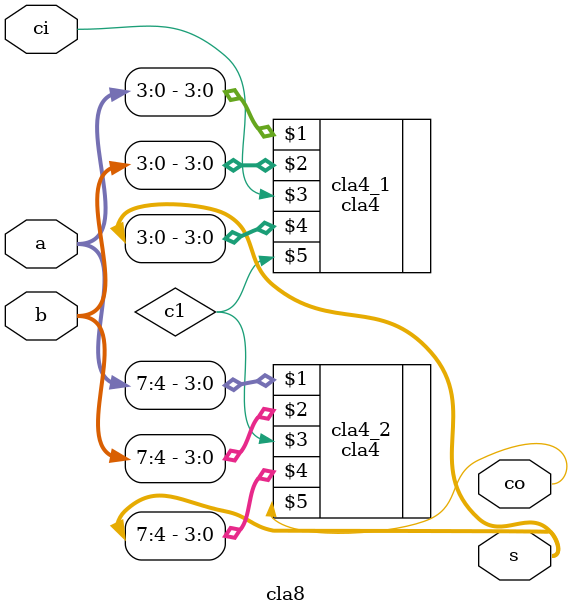
<source format=v>
module cla8(a,b,ci,s,co); //single 8 bit carry lookahead adder = 2 cla4 modules
	input[7:0] a,b;
	input ci;
	output[7:0] s;
	output co;
	
	wire c1;
	
	cla4 cla4_1(a[3:0],b[3:0],ci,s[3:0],c1);
	cla4 cla4_2(a[7:4],b[7:4],c1,s[7:4],co);
endmodule 
</source>
